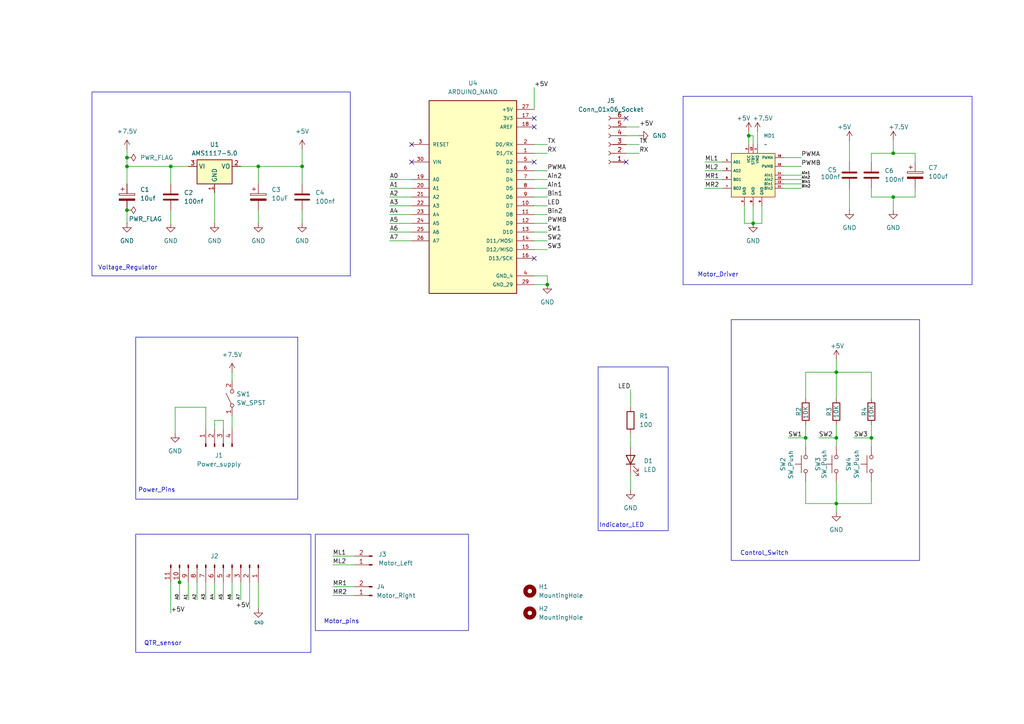
<source format=kicad_sch>
(kicad_sch (version 20250114) (generator "eeschema") (generator_version "9.0")
  (paper "A4")
  (lib_symbols
    (symbol "ARDUINO_NANO:ARDUINO_NANO" (pin_names (offset 1.016))
      (property "Reference" "U" (at -12.7 28.448 0))
      (property "Value" "ARDUINO_NANO" (at -12.7 -30.48 0))
      (symbol "ARDUINO_NANO_0_0"
        (rectangle (start -12.7 -27.94) (end 12.7 27.94) (stroke (width 0.254)) (fill (type background)))
        (pin input line (at -17.78 15.24 0) (length 5.08) (hide yes) (name "RESET") (number "28"))
        (pin input line (at -17.78 15.24 0) (length 5.08) (name "RESET") (number "3"))
        (pin input line (at -17.78 10.16 0) (length 5.08) (name "VIN") (number "30"))
        (pin input line (at -17.78 5.08 0) (length 5.08) (name "A0") (number "19"))
        (pin input line (at -17.78 2.54 0) (length 5.08) (name "A1") (number "20"))
        (pin input line (at -17.78 0 0) (length 5.08) (name "A2") (number "21"))
        (pin input line (at -17.78 -2.54 0) (length 5.08) (name "A3") (number "22"))
        (pin input line (at -17.78 -5.08 0) (length 5.08) (name "A4") (number "23"))
        (pin input line (at -17.78 -7.62 0) (length 5.08) (name "A5") (number "24"))
        (pin input line (at -17.78 -10.16 0) (length 5.08) (name "A6") (number "25"))
        (pin input line (at -17.78 -12.7 0) (length 5.08) (name "A7") (number "26"))
        (pin power_in line (at 17.78 25.4 180) (length 5.08) (name "+5V") (number "27"))
        (pin power_in line (at 17.78 22.86 180) (length 5.08) (name "3V3") (number "17"))
        (pin power_in line (at 17.78 20.32 180) (length 5.08) (name "AREF") (number "18"))
        (pin bidirectional line (at 17.78 15.24 180) (length 5.08) (name "D0/RX") (number "2"))
        (pin bidirectional line (at 17.78 12.7 180) (length 5.08) (name "D1/TX") (number "1"))
        (pin bidirectional line (at 17.78 10.16 180) (length 5.08) (name "D2") (number "5"))
        (pin bidirectional line (at 17.78 7.62 180) (length 5.08) (name "D3") (number "6"))
        (pin bidirectional line (at 17.78 5.08 180) (length 5.08) (name "D4") (number "7"))
        (pin bidirectional line (at 17.78 2.54 180) (length 5.08) (name "D5") (number "8"))
        (pin bidirectional line (at 17.78 0 180) (length 5.08) (name "D6") (number "9"))
        (pin bidirectional line (at 17.78 -2.54 180) (length 5.08) (name "D7") (number "10"))
        (pin bidirectional line (at 17.78 -5.08 180) (length 5.08) (name "D8") (number "11"))
        (pin bidirectional line (at 17.78 -7.62 180) (length 5.08) (name "D9") (number "12"))
        (pin bidirectional line (at 17.78 -10.16 180) (length 5.08) (name "D10") (number "13"))
        (pin bidirectional line (at 17.78 -12.7 180) (length 5.08) (name "D11/MOSI") (number "14"))
        (pin bidirectional line (at 17.78 -15.24 180) (length 5.08) (name "D12/MISO") (number "15"))
        (pin bidirectional line (at 17.78 -17.78 180) (length 5.08) (name "D13/SCK") (number "16"))
        (pin power_in line (at 17.78 -22.86 180) (length 5.08) (name "GND_4") (number "4"))
        (pin power_in line (at 17.78 -25.4 180) (length 5.08) (name "GND_29") (number "29"))
      )
    )
    (symbol "Connector:Conn_01x02_Pin" (pin_names (offset 1.016) (hide yes))
      (property "Reference" "J" (at 0 2.54 0))
      (property "Value" "Conn_01x02_Pin" (at 0 -5.08 0))
      (symbol "Conn_01x02_Pin_1_1"
        (rectangle (start 0.8636 0.127) (end 0 -0.127) (stroke (width 0.1524)) (fill (type outline)))
        (rectangle (start 0.8636 -2.413) (end 0 -2.667) (stroke (width 0.1524)) (fill (type outline)))
        (polyline (pts (xy 1.27 0) (xy 0.8636 0)) (stroke (width 0.1524)))
        (polyline (pts (xy 1.27 -2.54) (xy 0.8636 -2.54)) (stroke (width 0.1524)))
        (pin passive line (at 5.08 0 180) (length 3.81) (name "Pin_1") (number "1"))
        (pin passive line (at 5.08 -2.54 180) (length 3.81) (name "Pin_2") (number "2"))
      )
    )
    (symbol "Connector:Conn_01x04_Pin" (pin_names (offset 1.016) (hide yes))
      (property "Reference" "J" (at 0 5.08 0))
      (property "Value" "Conn_01x04_Pin" (at 0 -7.62 0))
      (symbol "Conn_01x04_Pin_1_1"
        (rectangle (start 0.8636 2.667) (end 0 2.413) (stroke (width 0.1524)) (fill (type outline)))
        (rectangle (start 0.8636 0.127) (end 0 -0.127) (stroke (width 0.1524)) (fill (type outline)))
        (rectangle (start 0.8636 -2.413) (end 0 -2.667) (stroke (width 0.1524)) (fill (type outline)))
        (rectangle (start 0.8636 -4.953) (end 0 -5.207) (stroke (width 0.1524)) (fill (type outline)))
        (polyline (pts (xy 1.27 2.54) (xy 0.8636 2.54)) (stroke (width 0.1524)))
        (polyline (pts (xy 1.27 0) (xy 0.8636 0)) (stroke (width 0.1524)))
        (polyline (pts (xy 1.27 -2.54) (xy 0.8636 -2.54)) (stroke (width 0.1524)))
        (polyline (pts (xy 1.27 -5.08) (xy 0.8636 -5.08)) (stroke (width 0.1524)))
        (pin passive line (at 5.08 2.54 180) (length 3.81) (name "Pin_1") (number "1"))
        (pin passive line (at 5.08 0 180) (length 3.81) (name "Pin_2") (number "2"))
        (pin passive line (at 5.08 -2.54 180) (length 3.81) (name "Pin_3") (number "3"))
        (pin passive line (at 5.08 -5.08 180) (length 3.81) (name "Pin_4") (number "4"))
      )
    )
    (symbol "Connector:Conn_01x06_Socket" (pin_names (offset 1.016) (hide yes))
      (property "Reference" "J" (at 0 7.62 0))
      (property "Value" "Conn_01x06_Socket" (at 0 -10.16 0))
      (symbol "Conn_01x06_Socket_1_1"
        (polyline (pts (xy -1.27 5.08) (xy -0.508 5.08)) (stroke (width 0.1524)))
        (polyline (pts (xy -1.27 2.54) (xy -0.508 2.54)) (stroke (width 0.1524)))
        (polyline (pts (xy -1.27 0) (xy -0.508 0)) (stroke (width 0.1524)))
        (polyline (pts (xy -1.27 -2.54) (xy -0.508 -2.54)) (stroke (width 0.1524)))
        (polyline (pts (xy -1.27 -5.08) (xy -0.508 -5.08)) (stroke (width 0.1524)))
        (polyline (pts (xy -1.27 -7.62) (xy -0.508 -7.62)) (stroke (width 0.1524)))
        (arc (start 0 4.572) (mid -0.5058 5.08) (end 0 5.588) (stroke (width 0.1524)))
        (arc (start 0 2.032) (mid -0.5058 2.54) (end 0 3.048) (stroke (width 0.1524)))
        (arc (start 0 -0.508) (mid -0.5058 0) (end 0 0.508) (stroke (width 0.1524)))
        (arc (start 0 -3.048) (mid -0.5058 -2.54) (end 0 -2.032) (stroke (width 0.1524)))
        (arc (start 0 -5.588) (mid -0.5058 -5.08) (end 0 -4.572) (stroke (width 0.1524)))
        (arc (start 0 -8.128) (mid -0.5058 -7.62) (end 0 -7.112) (stroke (width 0.1524)))
        (pin passive line (at -5.08 5.08 0) (length 3.81) (name "Pin_1") (number "1"))
        (pin passive line (at -5.08 2.54 0) (length 3.81) (name "Pin_2") (number "2"))
        (pin passive line (at -5.08 0 0) (length 3.81) (name "Pin_3") (number "3"))
        (pin passive line (at -5.08 -2.54 0) (length 3.81) (name "Pin_4") (number "4"))
        (pin passive line (at -5.08 -5.08 0) (length 3.81) (name "Pin_5") (number "5"))
        (pin passive line (at -5.08 -7.62 0) (length 3.81) (name "Pin_6") (number "6"))
      )
    )
    (symbol "Connector:Conn_01x11_Pin" (pin_names (offset 1.016) (hide yes))
      (property "Reference" "J" (at 0 15.24 0))
      (property "Value" "Conn_01x11_Pin" (at 0 -15.24 0))
      (symbol "Conn_01x11_Pin_1_1"
        (rectangle (start 0.8636 12.827) (end 0 12.573) (stroke (width 0.1524)) (fill (type outline)))
        (rectangle (start 0.8636 10.287) (end 0 10.033) (stroke (width 0.1524)) (fill (type outline)))
        (rectangle (start 0.8636 7.747) (end 0 7.493) (stroke (width 0.1524)) (fill (type outline)))
        (rectangle (start 0.8636 5.207) (end 0 4.953) (stroke (width 0.1524)) (fill (type outline)))
        (rectangle (start 0.8636 2.667) (end 0 2.413) (stroke (width 0.1524)) (fill (type outline)))
        (rectangle (start 0.8636 0.127) (end 0 -0.127) (stroke (width 0.1524)) (fill (type outline)))
        (rectangle (start 0.8636 -2.413) (end 0 -2.667) (stroke (width 0.1524)) (fill (type outline)))
        (rectangle (start 0.8636 -4.953) (end 0 -5.207) (stroke (width 0.1524)) (fill (type outline)))
        (rectangle (start 0.8636 -7.493) (end 0 -7.747) (stroke (width 0.1524)) (fill (type outline)))
        (rectangle (start 0.8636 -10.033) (end 0 -10.287) (stroke (width 0.1524)) (fill (type outline)))
        (rectangle (start 0.8636 -12.573) (end 0 -12.827) (stroke (width 0.1524)) (fill (type outline)))
        (polyline (pts (xy 1.27 12.7) (xy 0.8636 12.7)) (stroke (width 0.1524)))
        (polyline (pts (xy 1.27 10.16) (xy 0.8636 10.16)) (stroke (width 0.1524)))
        (polyline (pts (xy 1.27 7.62) (xy 0.8636 7.62)) (stroke (width 0.1524)))
        (polyline (pts (xy 1.27 5.08) (xy 0.8636 5.08)) (stroke (width 0.1524)))
        (polyline (pts (xy 1.27 2.54) (xy 0.8636 2.54)) (stroke (width 0.1524)))
        (polyline (pts (xy 1.27 0) (xy 0.8636 0)) (stroke (width 0.1524)))
        (polyline (pts (xy 1.27 -2.54) (xy 0.8636 -2.54)) (stroke (width 0.1524)))
        (polyline (pts (xy 1.27 -5.08) (xy 0.8636 -5.08)) (stroke (width 0.1524)))
        (polyline (pts (xy 1.27 -7.62) (xy 0.8636 -7.62)) (stroke (width 0.1524)))
        (polyline (pts (xy 1.27 -10.16) (xy 0.8636 -10.16)) (stroke (width 0.1524)))
        (polyline (pts (xy 1.27 -12.7) (xy 0.8636 -12.7)) (stroke (width 0.1524)))
        (pin passive line (at 5.08 12.7 180) (length 3.81) (name "Pin_1") (number "1"))
        (pin passive line (at 5.08 10.16 180) (length 3.81) (name "Pin_2") (number "2"))
        (pin passive line (at 5.08 7.62 180) (length 3.81) (name "Pin_3") (number "3"))
        (pin passive line (at 5.08 5.08 180) (length 3.81) (name "Pin_4") (number "4"))
        (pin passive line (at 5.08 2.54 180) (length 3.81) (name "Pin_5") (number "5"))
        (pin passive line (at 5.08 0 180) (length 3.81) (name "Pin_6") (number "6"))
        (pin passive line (at 5.08 -2.54 180) (length 3.81) (name "Pin_7") (number "7"))
        (pin passive line (at 5.08 -5.08 180) (length 3.81) (name "Pin_8") (number "8"))
        (pin passive line (at 5.08 -7.62 180) (length 3.81) (name "Pin_9") (number "9"))
        (pin passive line (at 5.08 -10.16 180) (length 3.81) (name "Pin_10") (number "10"))
        (pin passive line (at 5.08 -12.7 180) (length 3.81) (name "Pin_11") (number "11"))
      )
    )
    (symbol "Device:C" (pin_numbers (hide yes)) (pin_names (offset 0.254))
      (property "Reference" "C" (at 0.635 2.54 0))
      (property "Value" "C" (at 0.635 -2.54 0))
      (symbol "C_0_1"
        (polyline (pts (xy -2.032 0.762) (xy 2.032 0.762)) (stroke (width 0.508)))
        (polyline (pts (xy -2.032 -0.762) (xy 2.032 -0.762)) (stroke (width 0.508)))
      )
      (symbol "C_1_1"
        (pin passive line (at 0 3.81 270) (length 2.794) (name "~") (number "1"))
        (pin passive line (at 0 -3.81 90) (length 2.794) (name "~") (number "2"))
      )
    )
    (symbol "Device:C_Polarized" (pin_numbers (hide yes)) (pin_names (offset 0.254))
      (property "Reference" "C" (at 0.635 2.54 0))
      (property "Value" "C_Polarized" (at 0.635 -2.54 0))
      (symbol "C_Polarized_0_1"
        (rectangle (start -2.286 0.508) (end 2.286 1.016))
        (polyline (pts (xy -1.778 2.286) (xy -0.762 2.286)))
        (polyline (pts (xy -1.27 2.794) (xy -1.27 1.778)))
        (rectangle (start 2.286 -0.508) (end -2.286 -1.016) (fill (type outline)))
      )
      (symbol "C_Polarized_1_1"
        (pin passive line (at 0 3.81 270) (length 2.794) (name "~") (number "1"))
        (pin passive line (at 0 -3.81 90) (length 2.794) (name "~") (number "2"))
      )
    )
    (symbol "Device:LED" (pin_numbers (hide yes)) (pin_names (offset 1.016) (hide yes))
      (property "Reference" "D" (at 0 2.54 0))
      (property "Value" "LED" (at 0 -2.54 0))
      (symbol "LED_0_1"
        (polyline (pts (xy -3.048 -0.762) (xy -4.572 -2.286) (xy -3.81 -2.286) (xy -4.572 -2.286) (xy -4.572 -1.524)))
        (polyline (pts (xy -1.778 -0.762) (xy -3.302 -2.286) (xy -2.54 -2.286) (xy -3.302 -2.286) (xy -3.302 -1.524)))
        (polyline (pts (xy -1.27 0) (xy 1.27 0)))
        (polyline (pts (xy -1.27 -1.27) (xy -1.27 1.27)) (stroke (width 0.254)))
        (polyline (pts (xy 1.27 -1.27) (xy 1.27 1.27) (xy -1.27 0) (xy 1.27 -1.27)) (stroke (width 0.254)))
      )
      (symbol "LED_1_1"
        (pin passive line (at -3.81 0 0) (length 2.54) (name "K") (number "1"))
        (pin passive line (at 3.81 0 180) (length 2.54) (name "A") (number "2"))
      )
    )
    (symbol "Device:R" (pin_numbers (hide yes)) (pin_names (offset 0))
      (property "Reference" "R" (at 2.032 0 90))
      (property "Value" "R" (at 0 0 90))
      (symbol "R_0_1"
        (rectangle (start -1.016 -2.54) (end 1.016 2.54) (stroke (width 0.254)))
      )
      (symbol "R_1_1"
        (pin passive line (at 0 3.81 270) (length 1.27) (name "~") (number "1"))
        (pin passive line (at 0 -3.81 90) (length 1.27) (name "~") (number "2"))
      )
    )
    (symbol "Mechanical:MountingHole" (pin_names (offset 1.016)) (in_bom no)
      (property "Reference" "H" (at 0 5.08 0))
      (property "Value" "MountingHole" (at 0 3.175 0))
      (symbol "MountingHole_0_1"
        (circle (center 0 0) (radius 1.27) (stroke (width 1.27)))
      )
    )
    (symbol "Regulator_Linear:AMS1117-5.0"
      (property "Reference" "U" (at -3.81 3.175 0))
      (property "Value" "AMS1117-5.0" (at 0 3.175 0))
      (symbol "AMS1117-5.0_0_1"
        (rectangle (start -5.08 -5.08) (end 5.08 1.905) (stroke (width 0.254)) (fill (type background)))
      )
      (symbol "AMS1117-5.0_1_1"
        (pin power_in line (at -7.62 0 0) (length 2.54) (name "VI") (number "3"))
        (pin power_in line (at 0 -7.62 90) (length 2.54) (name "GND") (number "1"))
        (pin power_out line (at 7.62 0 180) (length 2.54) (name "VO") (number "2"))
      )
    )
    (symbol "Switch:SW_Push" (pin_numbers (hide yes)) (pin_names (offset 1.016) (hide yes))
      (property "Reference" "SW" (at 1.27 2.54 0))
      (property "Value" "SW_Push" (at 0 -1.524 0))
      (symbol "SW_Push_0_1"
        (circle (center -2.032 0) (radius 0.508))
        (polyline (pts (xy 0 1.27) (xy 0 3.048)))
        (circle (center 2.032 0) (radius 0.508))
        (polyline (pts (xy 2.54 1.27) (xy -2.54 1.27)))
        (pin passive line (at -5.08 0 0) (length 2.54) (name "1") (number "1"))
        (pin passive line (at 5.08 0 180) (length 2.54) (name "2") (number "2"))
      )
    )
    (symbol "Switch:SW_SPST" (pin_names (offset 0) (hide yes))
      (property "Reference" "SW" (at 0 3.175 0))
      (property "Value" "SW_SPST" (at 0 -2.54 0))
      (symbol "SW_SPST_0_0"
        (circle (center -2.032 0) (radius 0.508))
        (polyline (pts (xy -1.524 0.254) (xy 1.524 1.778)))
        (circle (center 2.032 0) (radius 0.508))
      )
      (symbol "SW_SPST_1_1"
        (pin passive line (at -5.08 0 0) (length 2.54) (name "A") (number "1"))
        (pin passive line (at 5.08 0 180) (length 2.54) (name "B") (number "2"))
      )
    )
    (symbol "micromouse1.0:tbfng_motor_driver"
      (property "Reference" "MD" (at 0 0 0))
      (symbol "tbfng_motor_driver_1_1"
        (rectangle (start -6.35 6.35) (end 6.35 -6.35) (fill (type background)))
        (pin power_out line (at -8.89 3.81 0) (length 2.54) (name "A01") (number "4"))
        (pin power_out line (at -8.89 1.27 0) (length 2.54) (name "AO2") (number "5"))
        (pin power_out line (at -8.89 -1.27 0) (length 2.54) (name "BO1") (number "6"))
        (pin power_out line (at -8.89 -3.81 0) (length 2.54) (name "BO2") (number "7"))
        (pin power_in line (at -2.54 -8.89 90) (length 2.54) (name "GND") (number "3"))
        (pin power_in line (at -1.27 8.89 270) (length 2.54) (name "VCC") (number "2"))
        (pin power_in line (at 0 8.89 270) (length 2.54) (name "STBY") (number "13"))
        (pin power_in line (at 0 -8.89 90) (length 2.54) (name "GND") (number "8"))
        (pin power_in line (at 1.27 8.89 270) (length 2.54) (name "VMO") (number "1"))
        (pin power_in line (at 2.54 -8.89 90) (length 2.54) (name "GND") (number "9"))
        (pin input line (at 8.89 5.08 180) (length 2.54) (name "PWMA") (number "16"))
        (pin input line (at 8.89 2.54 180) (length 2.54) (name "PWMB") (number "10"))
        (pin input line (at 8.89 0 180) (length 2.54) (name "Ain1") (number "14"))
        (pin input line (at 8.89 -1.27 180) (length 2.54) (name "Ain2") (number "15"))
        (pin input line (at 8.89 -2.54 180) (length 2.54) (name "Bin1") (number "12"))
        (pin input line (at 8.89 -3.81 180) (length 2.54) (name "Bin2") (number "11"))
      )
    )
    (symbol "power:+5V" (power) (pin_numbers (hide yes)) (pin_names (offset 0) (hide yes))
      (property "Value" "+5V" (at 0 3.556 0))
      (symbol "+5V_0_1"
        (polyline (pts (xy -0.762 1.27) (xy 0 2.54)))
        (polyline (pts (xy 0 2.54) (xy 0.762 1.27)))
        (polyline (pts (xy 0 0) (xy 0 2.54)))
      )
      (symbol "+5V_1_1"
        (pin power_in line (at 0 0 90) (length 0) (name "~") (number "1"))
      )
    )
    (symbol "power:GND" (power) (pin_numbers (hide yes)) (pin_names (offset 0) (hide yes))
      (property "Value" "GND" (at 0 -3.81 0))
      (symbol "GND_0_1"
        (polyline (pts (xy 0 0) (xy 0 -1.27) (xy 1.27 -1.27) (xy 0 -2.54) (xy -1.27 -1.27) (xy 0 -1.27)))
      )
      (symbol "GND_1_1"
        (pin power_in line (at 0 0 270) (length 0) (name "~") (number "1"))
      )
    )
    (symbol "power:PWR_FLAG" (power) (pin_numbers (hide yes)) (pin_names (offset 0) (hide yes))
      (property "Value" "PWR_FLAG" (at 0 3.81 0))
      (symbol "PWR_FLAG_0_0"
        (pin power_out line (at 0 0 90) (length 0) (name "~") (number "1"))
      )
      (symbol "PWR_FLAG_0_1"
        (polyline (pts (xy 0 0) (xy 0 1.27) (xy -1.016 1.905) (xy 0 2.54) (xy 1.016 1.905) (xy 0 1.27)))
      )
    )
  )
  (text "Motor_Driver" (at 208.28 79.756 0) (effects (font (size 1.27 1.27))))
  (text "QTR_sensor" (at 47.244 186.69 0) (effects (font (size 1.27 1.27))))
  (text "Power_Pins" (at 45.466 142.24 0) (effects (font (size 1.27 1.27))))
  (text "Motor_pins" (at 99.06 180.34 0) (effects (font (size 1.27 1.27))))
  (text "Voltage_Regulator" (at 37.084 77.724 0) (effects (font (size 1.27 1.27))))
  (text "Indicator_LED" (at 180.34 152.4 0) (effects (font (size 1.27 1.27))))
  (text "Control_Switch" (at 221.742 160.528 0) (effects (font (size 1.27 1.27))))
  (text_box "" (at 39.37 154.94 0) (size 50.8 34.29) (margins 0.9525 0.9525 0.9525 0.9525) (effects (font (size 1.27 1.27)) (justify left top)))
  (text_box "" (at 173.482 106.426 0) (size 20.32 47.498) (margins 0.9525 0.9525 0.9525 0.9525) (effects (font (size 1.27 1.27)) (justify left top)))
  (text_box "" (at 26.67 26.67 0) (size 74.93 53.34) (margins 0.9525 0.9525 0.9525 0.9525) (effects (font (size 1.27 1.27)) (justify left top)))
  (text_box "" (at 212.09 92.71 0) (size 54.61 69.85) (margins 0.9525 0.9525 0.9525 0.9525) (effects (font (size 1.27 1.27)) (justify left top)))
  (text_box "" (at 39.37 97.79 0) (size 46.99 46.99) (margins 0.9525 0.9525 0.9525 0.9525) (effects (font (size 1.27 1.27)) (justify left top)))
  (text_box "" (at 198.12 27.94 0) (size 83.82 54.61) (margins 0.9525 0.9525 0.9525 0.9525) (effects (font (size 1.27 1.27)) (justify left top)))
  (text_box "" (at 91.44 154.94 0) (size 44.45 27.94) (margins 0.9525 0.9525 0.9525 0.9525) (effects (font (size 1.27 1.27)) (justify left top)))
  (junction (at 233.68 127))
  (junction (at 87.63 48.26))
  (junction (at 36.83 48.26))
  (junction (at 52.07 168.91))
  (junction (at 36.83 45.72))
  (junction (at 242.57 107.95))
  (junction (at 252.73 127))
  (junction (at 242.57 146.05))
  (junction (at 242.57 127))
  (junction (at 217.17 39.37))
  (junction (at 74.93 48.26))
  (junction (at 49.53 48.26))
  (junction (at 259.08 44.45))
  (junction (at 218.44 64.77))
  (junction (at 158.75 82.55))
  (junction (at 259.08 57.15))
  (junction (at 36.83 60.96))
  (no_connect (at 181.61 46.99))
  (no_connect (at 119.38 46.99))
  (no_connect (at 154.94 36.83))
  (no_connect (at 154.94 74.93))
  (no_connect (at 119.38 41.91))
  (no_connect (at 154.94 34.29))
  (no_connect (at 181.61 34.29))
  (no_connect (at 154.94 46.99))
  (wire (pts (xy 182.88 125.73) (xy 182.88 129.54)))
  (wire (pts (xy 52.07 168.91) (xy 52.07 173.99)))
  (wire (pts (xy 67.31 107.95) (xy 67.31 110.49)))
  (wire (pts (xy 181.61 41.91) (xy 185.42 41.91)))
  (wire (pts (xy 227.33 54.61) (xy 232.41 54.61)))
  (wire (pts (xy 215.9 64.77) (xy 218.44 64.77)))
  (wire (pts (xy 227.33 48.26) (xy 232.41 48.26)))
  (wire (pts (xy 218.44 64.77) (xy 220.98 64.77)))
  (wire (pts (xy 154.94 41.91) (xy 158.75 41.91)))
  (wire (pts (xy 74.93 48.26) (xy 87.63 48.26)))
  (wire (pts (xy 217.17 38.1) (xy 217.17 39.37)))
  (wire (pts (xy 154.94 82.55) (xy 158.75 82.55)))
  (wire (pts (xy 154.94 54.61) (xy 158.75 54.61)))
  (wire (pts (xy 154.94 59.69) (xy 158.75 59.69)))
  (wire (pts (xy 218.44 39.37) (xy 218.44 41.91)))
  (wire (pts (xy 154.94 80.01) (xy 158.75 80.01)))
  (wire (pts (xy 96.52 172.72) (xy 102.87 172.72)))
  (wire (pts (xy 154.94 57.15) (xy 158.75 57.15)))
  (wire (pts (xy 96.52 170.18) (xy 102.87 170.18)))
  (wire (pts (xy 227.33 53.34) (xy 232.41 53.34)))
  (wire (pts (xy 252.73 115.57) (xy 252.73 107.95)))
  (wire (pts (xy 50.8 118.11) (xy 50.8 125.73)))
  (wire (pts (xy 96.52 161.29) (xy 102.87 161.29)))
  (wire (pts (xy 87.63 43.18) (xy 87.63 48.26)))
  (wire (pts (xy 242.57 127) (xy 242.57 123.19)))
  (wire (pts (xy 218.44 59.69) (xy 218.44 64.77)))
  (wire (pts (xy 204.47 52.07) (xy 209.55 52.07)))
  (wire (pts (xy 204.47 46.99) (xy 209.55 46.99)))
  (wire (pts (xy 154.94 72.39) (xy 158.75 72.39)))
  (wire (pts (xy 215.9 59.69) (xy 215.9 64.77)))
  (wire (pts (xy 242.57 146.05) (xy 252.73 146.05)))
  (wire (pts (xy 242.57 146.05) (xy 242.57 139.7)))
  (wire (pts (xy 113.03 54.61) (xy 119.38 54.61)))
  (wire (pts (xy 265.43 54.61) (xy 265.43 57.15)))
  (wire (pts (xy 181.61 44.45) (xy 185.42 44.45)))
  (wire (pts (xy 252.73 139.7) (xy 252.73 146.05)))
  (wire (pts (xy 62.23 168.91) (xy 62.23 173.99)))
  (wire (pts (xy 242.57 115.57) (xy 242.57 107.95)))
  (wire (pts (xy 252.73 57.15) (xy 252.73 54.61)))
  (wire (pts (xy 74.93 60.96) (xy 74.93 64.77)))
  (wire (pts (xy 154.94 52.07) (xy 158.75 52.07)))
  (wire (pts (xy 67.31 168.91) (xy 67.31 173.99)))
  (wire (pts (xy 242.57 104.14) (xy 242.57 107.95)))
  (wire (pts (xy 36.83 45.72) (xy 36.83 48.26)))
  (wire (pts (xy 233.68 107.95) (xy 242.57 107.95)))
  (wire (pts (xy 181.61 39.37) (xy 185.42 39.37)))
  (wire (pts (xy 219.71 38.1) (xy 219.71 41.91)))
  (wire (pts (xy 67.31 120.65) (xy 67.31 124.46)))
  (wire (pts (xy 154.94 44.45) (xy 158.75 44.45)))
  (wire (pts (xy 252.73 127) (xy 252.73 123.19)))
  (wire (pts (xy 259.08 40.64) (xy 259.08 44.45)))
  (wire (pts (xy 74.93 48.26) (xy 74.93 53.34)))
  (wire (pts (xy 233.68 146.05) (xy 242.57 146.05)))
  (wire (pts (xy 54.61 48.26) (xy 49.53 48.26)))
  (wire (pts (xy 69.85 48.26) (xy 74.93 48.26)))
  (wire (pts (xy 113.03 64.77) (xy 119.38 64.77)))
  (wire (pts (xy 69.85 168.91) (xy 69.85 173.99)))
  (wire (pts (xy 72.39 168.91) (xy 72.39 176.53)))
  (wire (pts (xy 233.68 129.54) (xy 233.68 127)))
  (wire (pts (xy 227.33 52.07) (xy 232.41 52.07)))
  (wire (pts (xy 113.03 67.31) (xy 119.38 67.31)))
  (wire (pts (xy 242.57 148.59) (xy 242.57 146.05)))
  (wire (pts (xy 59.69 124.46) (xy 59.69 118.11)))
  (wire (pts (xy 220.98 59.69) (xy 220.98 64.77)))
  (wire (pts (xy 265.43 44.45) (xy 265.43 46.99)))
  (wire (pts (xy 113.03 59.69) (xy 119.38 59.69)))
  (wire (pts (xy 62.23 55.88) (xy 62.23 64.77)))
  (wire (pts (xy 259.08 57.15) (xy 252.73 57.15)))
  (wire (pts (xy 237.49 127) (xy 242.57 127)))
  (wire (pts (xy 247.65 127) (xy 252.73 127)))
  (wire (pts (xy 233.68 146.05) (xy 233.68 139.7)))
  (wire (pts (xy 252.73 129.54) (xy 252.73 127)))
  (wire (pts (xy 87.63 60.96) (xy 87.63 64.77)))
  (wire (pts (xy 52.07 166.37) (xy 52.07 168.91)))
  (wire (pts (xy 57.15 168.91) (xy 57.15 173.99)))
  (wire (pts (xy 154.94 25.4) (xy 154.94 31.75)))
  (wire (pts (xy 181.61 36.83) (xy 185.42 36.83)))
  (wire (pts (xy 113.03 62.23) (xy 119.38 62.23)))
  (wire (pts (xy 182.88 137.16) (xy 182.88 142.24)))
  (wire (pts (xy 154.94 62.23) (xy 158.75 62.23)))
  (wire (pts (xy 228.6 127) (xy 233.68 127)))
  (wire (pts (xy 62.23 121.92) (xy 62.23 124.46)))
  (wire (pts (xy 64.77 124.46) (xy 64.77 121.92)))
  (wire (pts (xy 154.94 49.53) (xy 158.75 49.53)))
  (wire (pts (xy 233.68 127) (xy 233.68 123.19)))
  (wire (pts (xy 217.17 39.37) (xy 218.44 39.37)))
  (wire (pts (xy 233.68 115.57) (xy 233.68 107.95)))
  (wire (pts (xy 113.03 52.07) (xy 119.38 52.07)))
  (wire (pts (xy 242.57 129.54) (xy 242.57 127)))
  (wire (pts (xy 154.94 67.31) (xy 158.75 67.31)))
  (wire (pts (xy 246.38 40.64) (xy 246.38 46.99)))
  (wire (pts (xy 64.77 168.91) (xy 64.77 173.99)))
  (wire (pts (xy 36.83 48.26) (xy 36.83 53.34)))
  (wire (pts (xy 59.69 168.91) (xy 59.69 173.99)))
  (wire (pts (xy 252.73 44.45) (xy 259.08 44.45)))
  (wire (pts (xy 259.08 44.45) (xy 265.43 44.45)))
  (wire (pts (xy 182.88 113.03) (xy 182.88 118.11)))
  (wire (pts (xy 36.83 60.96) (xy 36.83 64.77)))
  (wire (pts (xy 227.33 50.8) (xy 232.41 50.8)))
  (wire (pts (xy 154.94 64.77) (xy 158.75 64.77)))
  (wire (pts (xy 113.03 57.15) (xy 119.38 57.15)))
  (wire (pts (xy 113.03 69.85) (xy 119.38 69.85)))
  (wire (pts (xy 265.43 57.15) (xy 259.08 57.15)))
  (wire (pts (xy 204.47 54.61) (xy 209.55 54.61)))
  (wire (pts (xy 87.63 48.26) (xy 87.63 53.34)))
  (wire (pts (xy 217.17 39.37) (xy 217.17 41.91)))
  (wire (pts (xy 36.83 43.18) (xy 36.83 45.72)))
  (wire (pts (xy 50.8 118.11) (xy 59.69 118.11)))
  (wire (pts (xy 158.75 80.01) (xy 158.75 82.55)))
  (wire (pts (xy 96.52 163.83) (xy 102.87 163.83)))
  (wire (pts (xy 227.33 45.72) (xy 232.41 45.72)))
  (wire (pts (xy 242.57 107.95) (xy 252.73 107.95)))
  (wire (pts (xy 246.38 54.61) (xy 246.38 60.96)))
  (wire (pts (xy 49.53 48.26) (xy 36.83 48.26)))
  (wire (pts (xy 204.47 49.53) (xy 209.55 49.53)))
  (wire (pts (xy 154.94 69.85) (xy 158.75 69.85)))
  (wire (pts (xy 49.53 48.26) (xy 49.53 53.34)))
  (wire (pts (xy 259.08 57.15) (xy 259.08 60.96)))
  (wire (pts (xy 49.53 60.96) (xy 49.53 64.77)))
  (wire (pts (xy 74.93 168.91) (xy 74.93 176.53)))
  (wire (pts (xy 54.61 168.91) (xy 54.61 173.99)))
  (wire (pts (xy 64.77 121.92) (xy 62.23 121.92)))
  (wire (pts (xy 49.53 168.91) (xy 49.53 177.8)))
  (wire (pts (xy 252.73 46.99) (xy 252.73 44.45)))
  (label "A0" (at 113.03 52.07 0))
  (label "MR2" (at 204.47 54.61 0))
  (label "LED" (at 182.88 113.03 180))
  (label "SW1" (at 228.6 127 0))
  (label "LED" (at 158.75 59.69 0))
  (label "ML2" (at 204.47 49.53 0))
  (label "Ain1" (at 232.41 50.8 0) (effects (font (size 0.762 0.762))))
  (label "A6" (at 113.03 67.31 0))
  (label "Bin2" (at 232.41 54.61 0) (effects (font (size 0.762 0.762))))
  (label "A7" (at 69.85 173.99 90) (effects (font (size 0.889 0.889))))
  (label "A0" (at 52.07 173.99 90) (effects (font (size 0.889 0.889))))
  (label "+5V" (at 154.94 25.4 0))
  (label "SW2" (at 158.75 69.85 0))
  (label "A6" (at 67.31 173.99 90) (effects (font (size 0.889 0.889))))
  (label "SW3" (at 158.75 72.39 0))
  (label "PWMA" (at 158.75 49.53 0))
  (label "A7" (at 113.03 69.85 0))
  (label "RX" (at 158.75 44.45 0))
  (label "ML1" (at 204.47 46.99 0))
  (label "SW2" (at 237.49 127 0))
  (label "A1" (at 54.61 173.99 90) (effects (font (size 0.889 0.889))))
  (label "SW3" (at 247.65 127 0))
  (label "TX" (at 185.42 41.91 0))
  (label "+5V" (at 49.53 177.8 0))
  (label "ML2" (at 96.52 163.83 0))
  (label "Ain1" (at 158.75 54.61 0))
  (label "TX" (at 158.75 41.91 0))
  (label "Ain2" (at 232.41 52.07 0) (effects (font (size 0.762 0.762))))
  (label "Ain2" (at 158.75 52.07 0))
  (label "A4" (at 62.23 173.99 90) (effects (font (size 0.889 0.889))))
  (label "A3" (at 113.03 59.69 0))
  (label "PWMB" (at 232.41 48.26 0))
  (label "+5V" (at 185.42 36.83 0))
  (label "Bin1" (at 232.41 53.34 0) (effects (font (size 0.762 0.762))))
  (label "A2" (at 57.15 173.99 90) (effects (font (size 0.889 0.889))))
  (label "A5" (at 64.77 173.99 90) (effects (font (size 0.889 0.889))))
  (label "A3" (at 59.69 173.99 90) (effects (font (size 0.889 0.889))))
  (label "PWMA" (at 232.41 45.72 0))
  (label "A1" (at 113.03 54.61 0))
  (label "A2" (at 113.03 57.15 0))
  (label "MR1" (at 204.47 52.07 0))
  (label "ML1" (at 96.52 161.29 0))
  (label "+5V" (at 72.39 176.53 180))
  (label "PWMB" (at 158.75 64.77 0))
  (label "RX" (at 185.42 44.45 0))
  (label "A4" (at 113.03 62.23 0))
  (label "A5" (at 113.03 64.77 0))
  (label "MR1" (at 96.52 170.18 0))
  (label "Bin2" (at 158.75 62.23 0))
  (label "SW1" (at 158.75 67.31 0))
  (label "MR2" (at 96.52 172.72 0))
  (label "Bin1" (at 158.75 57.15 0))
  (symbol (lib_id "power:GND") (at 62.23 64.77 0) (unit 1)
    (property "Reference" "#PWR06" (effects (hide yes)))
    (property "Value" "GND" (at 62.23 69.85 0))
    (property "Description" "Power symbol creates a global label with name \"GND\" , ground" (effects (hide yes)))
  )
  (symbol (lib_id "power:GND") (at 246.38 60.96 0) (unit 1)
    (property "Reference" "#PWR020" (effects (hide yes)))
    (property "Value" "GND" (at 246.38 66.04 0))
    (property "Description" "Power symbol creates a global label with name \"GND\" , ground" (effects (hide yes)))
  )
  (symbol (lib_id "power:GND") (at 242.57 148.59 0) (unit 1)
    (property "Reference" "#PWR022" (effects (hide yes)))
    (property "Value" "GND" (at 242.57 153.67 0))
    (property "Description" "Power symbol creates a global label with name \"GND\" , ground" (effects (hide yes)))
  )
  (symbol (lib_id "power:GND") (at 74.93 176.53 0) (unit 1)
    (property "Reference" "#PWR04" (effects (hide yes)))
    (property "Value" "GND" (at 73.66 180.594 0) (effects (font (size 0.889 0.889)) (justify left)))
    (property "Description" "Power symbol creates a global label with name \"GND\" , ground" (effects (hide yes)))
  )
  (symbol (lib_id "power:GND") (at 87.63 64.77 0) (unit 1)
    (property "Reference" "#PWR010" (effects (hide yes)))
    (property "Value" "GND" (at 87.63 69.85 0))
    (property "Description" "Power symbol creates a global label with name \"GND\" , ground" (effects (hide yes)))
  )
  (symbol (lib_id "Device:R") (at 233.68 119.38 180) (unit 1)
    (property "Reference" "R2" (at 231.648 119.38 90))
    (property "Value" "10K" (at 233.68 119.634 90))
    (property "Footprint" "Resistor_THT:R_Axial_DIN0207_L6.3mm_D2.5mm_P7.62mm_Horizontal" (effects (hide yes)))
    (property "Description" "Resistor" (effects (hide yes)))
  )
  (symbol (lib_id "power:+5V") (at 217.17 38.1 0) (unit 1)
    (property "Reference" "#PWR016" (effects (hide yes)))
    (property "Value" "+5V" (at 215.646 34.29 0))
    (property "Description" "Power symbol creates a global label with name \"+5V\"" (effects (hide yes)))
  )
  (symbol (lib_id "Device:C_Polarized") (at 36.83 57.15 0) (unit 1)
    (property "Reference" "C1" (at 40.64 54.9909 0) (effects (justify left)))
    (property "Value" "10uf" (at 40.64 57.5309 0) (effects (justify left)))
    (property "Footprint" "Capacitor_THT:CP_Radial_D6.3mm_P2.50mm" (effects (hide yes)))
    (property "Description" "Polarized capacitor" (effects (hide yes)))
  )
  (symbol (lib_id "Device:C") (at 87.63 57.15 0) (unit 1)
    (property "Reference" "C4" (at 91.44 55.8799 0) (effects (justify left)))
    (property "Value" "100nf" (at 91.44 58.4199 0) (effects (justify left)))
    (property "Footprint" "Capacitor_THT:C_Disc_D3.8mm_W2.6mm_P2.50mm" (effects (hide yes)))
    (property "Description" "Unpolarized capacitor" (effects (hide yes)))
  )
  (symbol (lib_id "Device:R") (at 242.57 119.38 180) (unit 1)
    (property "Reference" "R3" (at 240.4938 119.4206 90))
    (property "Value" "10K" (at 242.57 119.38 90))
    (property "Footprint" "Resistor_THT:R_Axial_DIN0207_L6.3mm_D2.5mm_P7.62mm_Horizontal" (effects (hide yes)))
    (property "Description" "Resistor" (effects (hide yes)))
  )
  (symbol (lib_id "Device:C") (at 49.53 57.15 0) (unit 1)
    (property "Reference" "C2" (at 53.34 55.8799 0) (effects (justify left)))
    (property "Value" "100nf" (at 53.34 58.4199 0) (effects (justify left)))
    (property "Footprint" "Capacitor_THT:C_Disc_D3.8mm_W2.6mm_P2.50mm" (effects (hide yes)))
    (property "Description" "Unpolarized capacitor" (effects (hide yes)))
  )
  (symbol (lib_id "power:+5V") (at 87.63 43.18 0) (unit 1)
    (property "Reference" "#PWR09" (effects (hide yes)))
    (property "Value" "+5V" (at 87.63 38.1 0))
    (property "Description" "Power symbol creates a global label with name \"+5V\"" (effects (hide yes)))
  )
  (symbol (lib_id "Switch:SW_SPST") (at 67.31 115.57 90) (unit 1)
    (property "Reference" "SW1" (at 68.58 114.2999 90) (effects (justify right)))
    (property "Value" "SW_SPST" (at 68.58 116.8399 90) (effects (justify right)))
    (property "Footprint" "Connector_PinHeader_2.54mm:PinHeader_1x02_P2.54mm_Vertical" (effects (hide yes)))
    (property "Description" "Single Pole Single Throw (SPST) switch" (effects (hide yes)))
  )
  (symbol (lib_id "Connector:Conn_01x04_Pin") (at 62.23 129.54 90) (unit 1)
    (property "Reference" "J1" (at 63.5 132.08 90))
    (property "Value" "Power_supply" (at 63.5 134.62 90))
    (property "Footprint" "Connector_PinHeader_2.54mm:PinHeader_1x04_P2.54mm_Vertical" (effects (hide yes)))
    (property "Description" "Generic connector, single row, 01x04, script generated" (effects (hide yes)))
  )
  (symbol (lib_id "ARDUINO_NANO:ARDUINO_NANO") (at 137.16 57.15 0) (unit 1)
    (property "Reference" "U4" (at 137.16 24.13 0))
    (property "Value" "ARDUINO_NANO" (at 137.16 26.67 0))
    (property "Footprint" "Module:Arduino_Nano" (effects (hide yes)))
    (property "MF" "Arduino" (effects (hide yes)))
    (property "Description_1" "Small, complete, and breadboard-friendly board based on the ATmega328 (Arduino Nano 3.x)" (effects (hide yes)))
    (property "Package" "Non-Standard Arduino" (effects (hide yes)))
    (property "Price" "None" (effects (hide yes)))
    (property "Check_prices" "https://www.snapeda.com/parts/Arduino%20Nano/Arduino/view-part/?ref=eda" (effects (hide yes)))
    (property "STANDARD" "Manufacturer Recommendations" (effects (hide yes)))
    (property "PARTREV" "30/06/2021" (effects (hide yes)))
    (property "SnapEDA_Link" "https://www.snapeda.com/parts/Arduino%20Nano/Arduino/view-part/?ref=snap" (effects (hide yes)))
    (property "MP" "Arduino Nano" (effects (hide yes)))
    (property "Availability" "In Stock" (effects (hide yes)))
    (property "MANUFACTURER" "ARDUINO" (effects (hide yes)))
  )
  (symbol (lib_id "Device:C_Polarized") (at 74.93 57.15 0) (unit 1)
    (property "Reference" "C3" (at 78.74 54.9909 0) (effects (justify left)))
    (property "Value" "10uF" (at 78.74 57.5309 0) (effects (justify left)))
    (property "Footprint" "Capacitor_THT:CP_Radial_D6.3mm_P2.50mm" (effects (hide yes)))
    (property "Description" "Polarized capacitor" (effects (hide yes)))
  )
  (symbol (lib_id "power:+5V") (at 259.08 40.64 0) (unit 1)
    (property "Reference" "#PWR023" (effects (hide yes)))
    (property "Value" "+7.5V" (at 260.604 36.83 0))
    (property "Description" "Power symbol creates a global label with name \"+5V\"" (effects (hide yes)))
  )
  (symbol (lib_id "Connector:Conn_01x02_Pin") (at 107.95 172.72 180) (unit 1)
    (property "Reference" "J4" (at 109.22 170.1799 0) (effects (justify right)))
    (property "Value" "Motor_Right" (at 109.22 172.7199 0) (effects (justify right)))
    (property "Footprint" "Connector_PinHeader_2.54mm:PinHeader_1x02_P2.54mm_Vertical" (effects (hide yes)))
    (property "Description" "Generic connector, single row, 01x02, script generated" (effects (hide yes)))
  )
  (symbol (lib_id "Device:R") (at 252.73 119.38 180) (unit 1)
    (property "Reference" "R4" (at 250.698 119.38 90))
    (property "Value" "10K" (at 252.73 119.38 90))
    (property "Footprint" "Resistor_THT:R_Axial_DIN0207_L6.3mm_D2.5mm_P7.62mm_Horizontal" (effects (hide yes)))
    (property "Description" "Resistor" (effects (hide yes)))
  )
  (symbol (lib_id "power:GND") (at 218.44 64.77 0) (unit 1)
    (property "Reference" "#PWR017" (effects (hide yes)))
    (property "Value" "GND" (at 218.44 69.85 0))
    (property "Description" "Power symbol creates a global label with name \"GND\" , ground" (effects (hide yes)))
  )
  (symbol (lib_id "Mechanical:MountingHole") (at 153.67 171.45 0) (unit 1) (in_bom no)
    (property "Reference" "H1" (at 156.21 170.1799 0) (effects (justify left)))
    (property "Value" "MountingHole" (at 156.21 172.7199 0) (effects (justify left)))
    (property "Footprint" "MountingHole:MountingHole_2.5mm" (effects (hide yes)))
    (property "Description" "Mounting Hole without connection" (effects (hide yes)))
  )
  (symbol (lib_id "Switch:SW_Push") (at 242.57 134.62 90) (unit 1)
    (property "Reference" "SW3" (at 237.236 134.62 0))
    (property "Value" "SW_Push" (at 239.014 134.62 0))
    (property "Footprint" "Button_Switch_THT:SW_PUSH_6mm" (effects (hide yes)))
    (property "Description" "Push button switch, generic, two pins" (effects (hide yes)))
  )
  (symbol (lib_id "Mechanical:MountingHole") (at 153.67 177.8 0) (unit 1) (in_bom no)
    (property "Reference" "H2" (at 156.21 176.5299 0) (effects (justify left)))
    (property "Value" "MountingHole" (at 156.21 179.0699 0) (effects (justify left)))
    (property "Footprint" "MountingHole:MountingHole_2.5mm" (effects (hide yes)))
    (property "Description" "Mounting Hole without connection" (effects (hide yes)))
  )
  (symbol (lib_id "Connector:Conn_01x02_Pin") (at 107.95 163.83 180) (unit 1)
    (property "Reference" "J3" (at 109.728 160.782 0) (effects (justify right)))
    (property "Value" "Motor_Left" (at 109.728 163.322 0) (effects (justify right)))
    (property "Footprint" "Connector_PinHeader_2.54mm:PinHeader_1x02_P2.54mm_Vertical" (effects (hide yes)))
    (property "Description" "Generic connector, single row, 01x02, script generated" (effects (hide yes)))
  )
  (symbol (lib_id "power:+5V") (at 242.57 104.14 0) (unit 1)
    (property "Reference" "#PWR021" (effects (hide yes)))
    (property "Value" "+5V" (at 240.792 100.33 0) (effects (justify left)))
    (property "Description" "Power symbol creates a global label with name \"+5V\"" (effects (hide yes)))
  )
  (symbol (lib_id "Switch:SW_Push") (at 233.68 134.62 90) (unit 1)
    (property "Reference" "SW2" (at 227.076 132.588 0) (effects (justify right)))
    (property "Value" "SW_Push" (at 229.362 130.556 0) (effects (justify right)))
    (property "Footprint" "Button_Switch_THT:SW_PUSH_6mm" (effects (hide yes)))
    (property "Description" "Push button switch, generic, two pins" (effects (hide yes)))
  )
  (symbol (lib_id "Regulator_Linear:AMS1117-5.0") (at 62.23 48.26 0) (unit 1)
    (property "Reference" "U1" (at 62.23 41.91 0))
    (property "Value" "AMS1117-5.0" (at 62.23 44.45 0))
    (property "Footprint" "Package_TO_SOT_SMD:SOT-223-3_TabPin2" (effects (hide yes)))
    (property "Datasheet" "http://www.advanced-monolithic.com/pdf/ds1117.pdf" (effects (hide yes)))
    (property "Description" "1A Low Dropout regulator, positive, 5.0V fixed output, SOT-223" (effects (hide yes)))
  )
  (symbol (lib_id "Connector:Conn_01x06_Socket") (at 176.53 41.91 180) (unit 1)
    (property "Reference" "J5" (at 177.165 29.21 0))
    (property "Value" "Conn_01x06_Socket" (at 177.165 31.75 0))
    (property "Footprint" "Connector_PinHeader_2.54mm:PinHeader_1x06_P2.54mm_Vertical" (effects (hide yes)))
    (property "Description" "Generic connector, single row, 01x06, script generated" (effects (hide yes)))
  )
  (symbol (lib_id "Device:C_Polarized") (at 265.43 50.8 0) (unit 1)
    (property "Reference" "C7" (at 269.24 48.6409 0) (effects (justify left)))
    (property "Value" "100uf" (at 269.24 51.1809 0) (effects (justify left)))
    (property "Footprint" "Capacitor_THT:CP_Radial_D6.3mm_P2.50mm" (effects (hide yes)))
    (property "Description" "Polarized capacitor" (effects (hide yes)))
  )
  (symbol (lib_id "power:GND") (at 158.75 82.55 0) (unit 1)
    (property "Reference" "#PWR025" (effects (hide yes)))
    (property "Value" "GND" (at 158.75 87.63 0))
    (property "Description" "Power symbol creates a global label with name \"GND\" , ground" (effects (hide yes)))
  )
  (symbol (lib_id "power:GND") (at 36.83 64.77 0) (unit 1)
    (property "Reference" "#PWR02" (effects (hide yes)))
    (property "Value" "GND" (at 36.83 69.85 0))
    (property "Description" "Power symbol creates a global label with name \"GND\" , ground" (effects (hide yes)))
  )
  (symbol (lib_id "power:+5V") (at 67.31 107.95 0) (unit 1)
    (property "Reference" "#PWR07" (effects (hide yes)))
    (property "Value" "+7.5V" (at 67.31 102.87 0))
    (property "Description" "Power symbol creates a global label with name \"+5V\"" (effects (hide yes)))
  )
  (symbol (lib_id "power:+5V") (at 246.38 40.64 0) (unit 1)
    (property "Reference" "#PWR019" (effects (hide yes)))
    (property "Value" "+5V" (at 244.856 36.83 0))
    (property "Description" "Power symbol creates a global label with name \"+5V\"" (effects (hide yes)))
  )
  (symbol (lib_id "power:+5V") (at 36.83 43.18 0) (unit 1)
    (property "Reference" "#PWR01" (effects (hide yes)))
    (property "Value" "+7.5V" (at 36.83 38.1 0))
    (property "Description" "Power symbol creates a global label with name \"+5V\"" (effects (hide yes)))
  )
  (symbol (lib_id "Device:LED") (at 182.88 133.35 90) (unit 1)
    (property "Reference" "D1" (at 186.69 133.6674 90) (effects (justify right)))
    (property "Value" "LED" (at 186.69 136.2074 90) (effects (justify right)))
    (property "Footprint" "LED_THT:LED_D5.0mm" (effects (hide yes)))
    (property "Description" "Light emitting diode" (effects (hide yes)))
    (property "Sim.Pins" "1=K 2=A" (effects (hide yes)))
  )
  (symbol (lib_id "power:GND") (at 182.88 142.24 0) (unit 1)
    (property "Reference" "#PWR015" (effects (hide yes)))
    (property "Value" "GND" (at 182.88 147.32 0))
    (property "Description" "Power symbol creates a global label with name \"GND\" , ground" (effects (hide yes)))
  )
  (symbol (lib_id "Device:C") (at 252.73 50.8 0) (unit 1)
    (property "Reference" "C6" (at 256.54 49.5299 0) (effects (justify left)))
    (property "Value" "100nf" (at 256.54 52.0699 0) (effects (justify left)))
    (property "Footprint" "Capacitor_THT:C_Disc_D3.8mm_W2.6mm_P2.50mm" (effects (hide yes)))
    (property "Description" "Unpolarized capacitor" (effects (hide yes)))
  )
  (symbol (lib_id "Device:R") (at 182.88 121.92 0) (unit 1)
    (property "Reference" "R1" (at 185.42 120.6499 0) (effects (justify left)))
    (property "Value" "100" (at 185.42 123.1899 0) (effects (justify left)))
    (property "Footprint" "Resistor_THT:R_Axial_DIN0207_L6.3mm_D2.5mm_P7.62mm_Horizontal" (effects (hide yes)))
    (property "Description" "Resistor" (effects (hide yes)))
  )
  (symbol (lib_id "power:PWR_FLAG") (at 36.83 60.96 270) (unit 1)
    (property "Reference" "#FLG02" (effects (hide yes)))
    (property "Value" "PWR_FLAG" (at 37.338 63.5 90) (effects (justify left)))
    (property "Description" "Special symbol for telling ERC where power comes from" (effects (hide yes)))
  )
  (symbol (lib_id "Device:C") (at 246.38 50.8 180) (unit 1)
    (property "Reference" "C5" (at 240.03 49.276 0) (effects (justify right)))
    (property "Value" "100nf" (at 237.998 51.308 0) (effects (justify right)))
    (property "Footprint" "Capacitor_THT:C_Disc_D3.8mm_W2.6mm_P2.50mm" (effects (hide yes)))
    (property "Description" "Unpolarized capacitor" (effects (hide yes)))
  )
  (symbol (lib_id "power:+5V") (at 219.71 38.1 0) (unit 1)
    (property "Reference" "#PWR018" (effects (hide yes)))
    (property "Value" "+7.5V" (at 221.234 34.29 0))
    (property "Description" "Power symbol creates a global label with name \"+5V\"" (effects (hide yes)))
  )
  (symbol (lib_id "power:GND") (at 49.53 64.77 0) (unit 1)
    (property "Reference" "#PWR03" (effects (hide yes)))
    (property "Value" "GND" (at 49.53 69.85 0))
    (property "Description" "Power symbol creates a global label with name \"GND\" , ground" (effects (hide yes)))
  )
  (symbol (lib_id "power:GND") (at 50.8 125.73 0) (unit 1)
    (property "Reference" "#PWR05" (effects (hide yes)))
    (property "Value" "GND" (at 50.8 130.81 0))
    (property "Description" "Power symbol creates a global label with name \"GND\" , ground" (effects (hide yes)))
  )
  (symbol (lib_id "power:PWR_FLAG") (at 36.83 45.72 270) (unit 1)
    (property "Reference" "#FLG01" (effects (hide yes)))
    (property "Value" "PWR_FLAG" (at 40.64 45.7199 90) (effects (justify left)))
    (property "Description" "Special symbol for telling ERC where power comes from" (effects (hide yes)))
  )
  (symbol (lib_id "power:GND") (at 185.42 39.37 90) (unit 1)
    (property "Reference" "#PWR0102" (effects (hide yes)))
    (property "Value" "GND" (at 189.23 39.3699 90) (effects (justify right)))
    (property "Description" "Power symbol creates a global label with name \"GND\" , ground" (effects (hide yes)))
  )
  (symbol (lib_id "micromouse1.0:tbfng_motor_driver") (at 218.44 50.8 0) (unit 1)
    (property "Reference" "MD1" (at 221.5041 39.37 0) (effects (font (size 1.016 1.016)) (justify left)))
    (property "Value" "~" (at 221.5041 41.91 0) (effects (justify left)))
    (property "Footprint" "micromouse1.0:tbfng motor driver" (effects (hide yes)))
  )
  (symbol (lib_id "power:GND") (at 74.93 64.77 0) (unit 1)
    (property "Reference" "#PWR08" (effects (hide yes)))
    (property "Value" "GND" (at 74.93 69.85 0))
    (property "Description" "Power symbol creates a global label with name \"GND\" , ground" (effects (hide yes)))
  )
  (symbol (lib_id "Switch:SW_Push") (at 252.73 134.62 90) (unit 1)
    (property "Reference" "SW4" (at 246.126 134.62 0))
    (property "Value" "SW_Push" (at 248.412 134.62 0))
    (property "Footprint" "Button_Switch_THT:SW_PUSH_6mm" (effects (hide yes)))
    (property "Description" "Push button switch, generic, two pins" (effects (hide yes)))
  )
  (symbol (lib_id "Connector:Conn_01x11_Pin") (at 62.23 163.83 270) (unit 1)
    (property "Reference" "J2" (at 62.23 161.29 90))
    (property "Value" "Conn_01x11_Pin" (effects (hide yes)))
    (property "Footprint" "Connector_PinHeader_2.54mm:PinHeader_1x11_P2.54mm_Vertical" (effects (hide yes)))
    (property "Description" "Generic connector, single row, 01x11, script generated" (effects (hide yes)))
  )
  (symbol (lib_id "power:GND") (at 259.08 60.96 0) (unit 1)
    (property "Reference" "#PWR024" (effects (hide yes)))
    (property "Value" "GND" (at 259.08 66.04 0))
    (property "Description" "Power symbol creates a global label with name \"GND\" , ground" (effects (hide yes)))
  )
)
</source>
